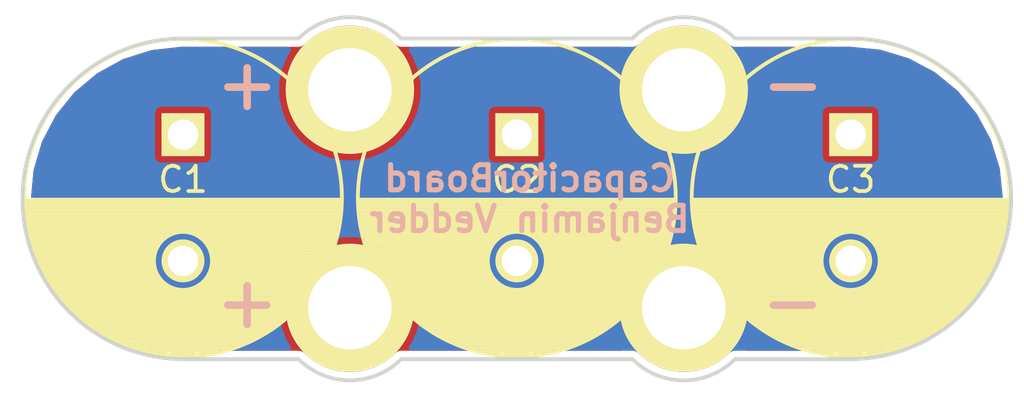
<source format=kicad_pcb>
(kicad_pcb (version 4) (host pcbnew "(2015-08-23 BZR 6117)-product")

  (general
    (links 8)
    (no_connects 0)
    (area 163.941 90.515 206.015001 107.315001)
    (thickness 1.6)
    (drawings 17)
    (tracks 0)
    (zones 0)
    (modules 7)
    (nets 3)
  )

  (page A4)
  (layers
    (0 F.Cu signal)
    (31 B.Cu signal)
    (32 B.Adhes user)
    (33 F.Adhes user)
    (34 B.Paste user)
    (35 F.Paste user)
    (36 B.SilkS user)
    (37 F.SilkS user)
    (38 B.Mask user)
    (39 F.Mask user)
    (40 Dwgs.User user)
    (41 Cmts.User user)
    (42 Eco1.User user)
    (43 Eco2.User user)
    (44 Edge.Cuts user)
    (45 Margin user)
    (46 B.CrtYd user)
    (47 F.CrtYd user)
    (48 B.Fab user)
    (49 F.Fab user)
  )

  (setup
    (last_trace_width 0.254)
    (user_trace_width 0.254)
    (user_trace_width 0.4064)
    (user_trace_width 1.27)
    (user_trace_width 2.54)
    (trace_clearance 0.254)
    (zone_clearance 0.254)
    (zone_45_only no)
    (trace_min 0.254)
    (segment_width 0.2)
    (edge_width 0.15)
    (via_size 0.889)
    (via_drill 0.635)
    (via_min_size 0.889)
    (via_min_drill 0.508)
    (uvia_size 0.508)
    (uvia_drill 0.127)
    (uvias_allowed no)
    (uvia_min_size 0.508)
    (uvia_min_drill 0.127)
    (pcb_text_width 0.3)
    (pcb_text_size 1 1)
    (mod_edge_width 0.15)
    (mod_text_size 1 1)
    (mod_text_width 0.15)
    (pad_size 5.08 5.08)
    (pad_drill 3.302)
    (pad_to_mask_clearance 0)
    (aux_axis_origin 0 0)
    (visible_elements FFFFFF7F)
    (pcbplotparams
      (layerselection 0x010f0_80000001)
      (usegerberextensions true)
      (excludeedgelayer true)
      (linewidth 0.100000)
      (plotframeref false)
      (viasonmask false)
      (mode 1)
      (useauxorigin false)
      (hpglpennumber 1)
      (hpglpenspeed 20)
      (hpglpendiameter 15)
      (hpglpenoverlay 2)
      (psnegative false)
      (psa4output false)
      (plotreference true)
      (plotvalue false)
      (plotinvisibletext false)
      (padsonsilk false)
      (subtractmaskfromsilk true)
      (outputformat 1)
      (mirror false)
      (drillshape 0)
      (scaleselection 1)
      (outputdirectory Gerber))
  )

  (net 0 "")
  (net 1 "Net-(C1-Pad2)")
  (net 2 "Net-(C1-Pad1)")

  (net_class Default "This is the default net class."
    (clearance 0.254)
    (trace_width 0.254)
    (via_dia 0.889)
    (via_drill 0.635)
    (uvia_dia 0.508)
    (uvia_drill 0.127)
    (add_net "Net-(C1-Pad1)")
    (add_net "Net-(C1-Pad2)")
  )

  (module Connect:1pin (layer F.Cu) (tedit 55DEBA26) (tstamp 55C20FD4)
    (at 179.324 103.378)
    (descr "module 1 pin (ou trou mecanique de percage)")
    (tags DEV)
    (path /55C20FDD)
    (fp_text reference P3 (at 0 -3.048) (layer F.SilkS) hide
      (effects (font (size 1 1) (thickness 0.15)))
    )
    (fp_text value + (at 0 2.794) (layer F.Fab) hide
      (effects (font (size 1 1) (thickness 0.15)))
    )
    (fp_circle (center 0 0) (end 0 -2.286) (layer F.SilkS) (width 0.15))
    (pad 1 thru_hole circle (at 0 0) (size 5.08 5.08) (drill 3.302) (layers *.Cu *.Mask F.SilkS)
      (net 2 "Net-(C1-Pad1)"))
  )

  (module Connect:1pin (layer F.Cu) (tedit 55DEBA34) (tstamp 55C20FD9)
    (at 192.532 103.378 90)
    (descr "module 1 pin (ou trou mecanique de percage)")
    (tags DEV)
    (path /55C20FE3)
    (fp_text reference P4 (at 0 -3.048 90) (layer F.SilkS) hide
      (effects (font (size 1 1) (thickness 0.15)))
    )
    (fp_text value - (at 0 2.794 90) (layer F.Fab) hide
      (effects (font (size 1 1) (thickness 0.15)))
    )
    (fp_circle (center 0 0) (end 0 -2.286) (layer F.SilkS) (width 0.15))
    (pad 1 thru_hole circle (at 0 0 90) (size 5.08 5.08) (drill 3.302) (layers *.Cu *.Mask F.SilkS)
      (net 1 "Net-(C1-Pad2)"))
  )

  (module Connect:1pin (layer F.Cu) (tedit 55DEBA3B) (tstamp 55C20FCF)
    (at 192.532 94.742)
    (descr "module 1 pin (ou trou mecanique de percage)")
    (tags DEV)
    (path /55C20E6C)
    (fp_text reference P2 (at 0 -3.048) (layer F.SilkS) hide
      (effects (font (size 1 1) (thickness 0.15)))
    )
    (fp_text value - (at 0 2.794) (layer F.Fab) hide
      (effects (font (size 1 1) (thickness 0.15)))
    )
    (fp_circle (center 0 0) (end 0 -2.286) (layer F.SilkS) (width 0.15))
    (pad 1 thru_hole circle (at 0 0) (size 5.08 5.08) (drill 3.302) (layers *.Cu *.Mask F.SilkS)
      (net 1 "Net-(C1-Pad2)"))
  )

  (module Connect:1pin (layer F.Cu) (tedit 55DEBA42) (tstamp 55C20FCA)
    (at 179.324 94.742)
    (descr "module 1 pin (ou trou mecanique de percage)")
    (tags DEV)
    (path /55C20E16)
    (fp_text reference P1 (at 0 -3.048) (layer F.SilkS) hide
      (effects (font (size 1 1) (thickness 0.15)))
    )
    (fp_text value + (at 0 2.794) (layer F.Fab) hide
      (effects (font (size 1 1) (thickness 0.15)))
    )
    (fp_circle (center 0 0) (end 0 -2.286) (layer F.SilkS) (width 0.15))
    (pad 1 thru_hole circle (at 0 0) (size 5.08 5.08) (drill 3.302) (layers *.Cu *.Mask F.SilkS)
      (net 2 "Net-(C1-Pad1)"))
  )

  (module Capacitors_ThroughHole:C_Radial_D12.5_L25_P5 (layer F.Cu) (tedit 55C33994) (tstamp 55C20FB9)
    (at 172.72 96.52 270)
    (descr "Radial Electrolytic Capacitor Diameter 12.5mm x Length 25mm, Pitch 5mm")
    (tags "Electrolytic Capacitor")
    (path /55C20D1A)
    (fp_text reference C1 (at 1.778 0 360) (layer F.SilkS)
      (effects (font (size 1 1) (thickness 0.15)))
    )
    (fp_text value "560uF, 63V" (at 2.5 7.6 270) (layer F.Fab) hide
      (effects (font (size 1 1) (thickness 0.15)))
    )
    (fp_line (start 2.575 -6.25) (end 2.575 6.25) (layer F.SilkS) (width 0.15))
    (fp_line (start 2.715 -6.246) (end 2.715 6.246) (layer F.SilkS) (width 0.15))
    (fp_line (start 2.855 -6.24) (end 2.855 6.24) (layer F.SilkS) (width 0.15))
    (fp_line (start 2.995 -6.23) (end 2.995 6.23) (layer F.SilkS) (width 0.15))
    (fp_line (start 3.135 -6.218) (end 3.135 6.218) (layer F.SilkS) (width 0.15))
    (fp_line (start 3.275 -6.202) (end 3.275 6.202) (layer F.SilkS) (width 0.15))
    (fp_line (start 3.415 -6.183) (end 3.415 6.183) (layer F.SilkS) (width 0.15))
    (fp_line (start 3.555 -6.16) (end 3.555 6.16) (layer F.SilkS) (width 0.15))
    (fp_line (start 3.695 -6.135) (end 3.695 6.135) (layer F.SilkS) (width 0.15))
    (fp_line (start 3.835 -6.106) (end 3.835 6.106) (layer F.SilkS) (width 0.15))
    (fp_line (start 3.975 -6.073) (end 3.975 -0.521) (layer F.SilkS) (width 0.15))
    (fp_line (start 3.975 0.521) (end 3.975 6.073) (layer F.SilkS) (width 0.15))
    (fp_line (start 4.115 -6.038) (end 4.115 -0.734) (layer F.SilkS) (width 0.15))
    (fp_line (start 4.115 0.734) (end 4.115 6.038) (layer F.SilkS) (width 0.15))
    (fp_line (start 4.255 -5.999) (end 4.255 -0.876) (layer F.SilkS) (width 0.15))
    (fp_line (start 4.255 0.876) (end 4.255 5.999) (layer F.SilkS) (width 0.15))
    (fp_line (start 4.395 -5.956) (end 4.395 -0.978) (layer F.SilkS) (width 0.15))
    (fp_line (start 4.395 0.978) (end 4.395 5.956) (layer F.SilkS) (width 0.15))
    (fp_line (start 4.535 -5.909) (end 4.535 -1.052) (layer F.SilkS) (width 0.15))
    (fp_line (start 4.535 1.052) (end 4.535 5.909) (layer F.SilkS) (width 0.15))
    (fp_line (start 4.675 -5.859) (end 4.675 -1.103) (layer F.SilkS) (width 0.15))
    (fp_line (start 4.675 1.103) (end 4.675 5.859) (layer F.SilkS) (width 0.15))
    (fp_line (start 4.815 -5.805) (end 4.815 -1.135) (layer F.SilkS) (width 0.15))
    (fp_line (start 4.815 1.135) (end 4.815 5.805) (layer F.SilkS) (width 0.15))
    (fp_line (start 4.955 -5.748) (end 4.955 -1.149) (layer F.SilkS) (width 0.15))
    (fp_line (start 4.955 1.149) (end 4.955 5.748) (layer F.SilkS) (width 0.15))
    (fp_line (start 5.095 -5.686) (end 5.095 -1.146) (layer F.SilkS) (width 0.15))
    (fp_line (start 5.095 1.146) (end 5.095 5.686) (layer F.SilkS) (width 0.15))
    (fp_line (start 5.235 -5.62) (end 5.235 -1.126) (layer F.SilkS) (width 0.15))
    (fp_line (start 5.235 1.126) (end 5.235 5.62) (layer F.SilkS) (width 0.15))
    (fp_line (start 5.375 -5.549) (end 5.375 -1.087) (layer F.SilkS) (width 0.15))
    (fp_line (start 5.375 1.087) (end 5.375 5.549) (layer F.SilkS) (width 0.15))
    (fp_line (start 5.515 -5.475) (end 5.515 -1.028) (layer F.SilkS) (width 0.15))
    (fp_line (start 5.515 1.028) (end 5.515 5.475) (layer F.SilkS) (width 0.15))
    (fp_line (start 5.655 -5.395) (end 5.655 -0.945) (layer F.SilkS) (width 0.15))
    (fp_line (start 5.655 0.945) (end 5.655 5.395) (layer F.SilkS) (width 0.15))
    (fp_line (start 5.795 -5.311) (end 5.795 -0.831) (layer F.SilkS) (width 0.15))
    (fp_line (start 5.795 0.831) (end 5.795 5.311) (layer F.SilkS) (width 0.15))
    (fp_line (start 5.935 -5.221) (end 5.935 -0.67) (layer F.SilkS) (width 0.15))
    (fp_line (start 5.935 0.67) (end 5.935 5.221) (layer F.SilkS) (width 0.15))
    (fp_line (start 6.075 -5.127) (end 6.075 -0.409) (layer F.SilkS) (width 0.15))
    (fp_line (start 6.075 0.409) (end 6.075 5.127) (layer F.SilkS) (width 0.15))
    (fp_line (start 6.215 -5.026) (end 6.215 5.026) (layer F.SilkS) (width 0.15))
    (fp_line (start 6.355 -4.919) (end 6.355 4.919) (layer F.SilkS) (width 0.15))
    (fp_line (start 6.495 -4.807) (end 6.495 4.807) (layer F.SilkS) (width 0.15))
    (fp_line (start 6.635 -4.687) (end 6.635 4.687) (layer F.SilkS) (width 0.15))
    (fp_line (start 6.775 -4.559) (end 6.775 4.559) (layer F.SilkS) (width 0.15))
    (fp_line (start 6.915 -4.424) (end 6.915 4.424) (layer F.SilkS) (width 0.15))
    (fp_line (start 7.055 -4.28) (end 7.055 4.28) (layer F.SilkS) (width 0.15))
    (fp_line (start 7.195 -4.125) (end 7.195 4.125) (layer F.SilkS) (width 0.15))
    (fp_line (start 7.335 -3.96) (end 7.335 3.96) (layer F.SilkS) (width 0.15))
    (fp_line (start 7.475 -3.783) (end 7.475 3.783) (layer F.SilkS) (width 0.15))
    (fp_line (start 7.615 -3.592) (end 7.615 3.592) (layer F.SilkS) (width 0.15))
    (fp_line (start 7.755 -3.383) (end 7.755 3.383) (layer F.SilkS) (width 0.15))
    (fp_line (start 7.895 -3.155) (end 7.895 3.155) (layer F.SilkS) (width 0.15))
    (fp_line (start 8.035 -2.903) (end 8.035 2.903) (layer F.SilkS) (width 0.15))
    (fp_line (start 8.175 -2.619) (end 8.175 2.619) (layer F.SilkS) (width 0.15))
    (fp_line (start 8.315 -2.291) (end 8.315 2.291) (layer F.SilkS) (width 0.15))
    (fp_line (start 8.455 -1.897) (end 8.455 1.897) (layer F.SilkS) (width 0.15))
    (fp_line (start 8.595 -1.383) (end 8.595 1.383) (layer F.SilkS) (width 0.15))
    (fp_line (start 8.735 -0.433) (end 8.735 0.433) (layer F.SilkS) (width 0.15))
    (fp_circle (center 5 0) (end 5 -1.15) (layer F.SilkS) (width 0.15))
    (fp_circle (center 2.5 0) (end 2.5 -6.2875) (layer F.SilkS) (width 0.15))
    (fp_circle (center 2.5 0) (end 2.5 -6.6) (layer F.CrtYd) (width 0.05))
    (pad 2 thru_hole circle (at 5 0 270) (size 1.7 1.7) (drill 1.2) (layers *.Cu *.Mask F.SilkS)
      (net 1 "Net-(C1-Pad2)"))
    (pad 1 thru_hole rect (at 0 0 270) (size 1.7 1.7) (drill 1.2) (layers *.Cu *.Mask F.SilkS)
      (net 2 "Net-(C1-Pad1)"))
    (model Capacitors_ThroughHole.3dshapes/C_Radial_D12.5_L25_P5.wrl
      (at (xyz 0 0 0))
      (scale (xyz 1 1 1))
      (rotate (xyz 0 0 0))
    )
  )

  (module Capacitors_ThroughHole:C_Radial_D12.5_L25_P5 (layer F.Cu) (tedit 55C33991) (tstamp 55C20FBF)
    (at 185.928 96.52 270)
    (descr "Radial Electrolytic Capacitor Diameter 12.5mm x Length 25mm, Pitch 5mm")
    (tags "Electrolytic Capacitor")
    (path /55C20DC6)
    (fp_text reference C2 (at 1.778 0 360) (layer F.SilkS)
      (effects (font (size 1 1) (thickness 0.15)))
    )
    (fp_text value "560uF, 63V" (at 2.5 7.6 270) (layer F.Fab) hide
      (effects (font (size 1 1) (thickness 0.15)))
    )
    (fp_line (start 2.575 -6.25) (end 2.575 6.25) (layer F.SilkS) (width 0.15))
    (fp_line (start 2.715 -6.246) (end 2.715 6.246) (layer F.SilkS) (width 0.15))
    (fp_line (start 2.855 -6.24) (end 2.855 6.24) (layer F.SilkS) (width 0.15))
    (fp_line (start 2.995 -6.23) (end 2.995 6.23) (layer F.SilkS) (width 0.15))
    (fp_line (start 3.135 -6.218) (end 3.135 6.218) (layer F.SilkS) (width 0.15))
    (fp_line (start 3.275 -6.202) (end 3.275 6.202) (layer F.SilkS) (width 0.15))
    (fp_line (start 3.415 -6.183) (end 3.415 6.183) (layer F.SilkS) (width 0.15))
    (fp_line (start 3.555 -6.16) (end 3.555 6.16) (layer F.SilkS) (width 0.15))
    (fp_line (start 3.695 -6.135) (end 3.695 6.135) (layer F.SilkS) (width 0.15))
    (fp_line (start 3.835 -6.106) (end 3.835 6.106) (layer F.SilkS) (width 0.15))
    (fp_line (start 3.975 -6.073) (end 3.975 -0.521) (layer F.SilkS) (width 0.15))
    (fp_line (start 3.975 0.521) (end 3.975 6.073) (layer F.SilkS) (width 0.15))
    (fp_line (start 4.115 -6.038) (end 4.115 -0.734) (layer F.SilkS) (width 0.15))
    (fp_line (start 4.115 0.734) (end 4.115 6.038) (layer F.SilkS) (width 0.15))
    (fp_line (start 4.255 -5.999) (end 4.255 -0.876) (layer F.SilkS) (width 0.15))
    (fp_line (start 4.255 0.876) (end 4.255 5.999) (layer F.SilkS) (width 0.15))
    (fp_line (start 4.395 -5.956) (end 4.395 -0.978) (layer F.SilkS) (width 0.15))
    (fp_line (start 4.395 0.978) (end 4.395 5.956) (layer F.SilkS) (width 0.15))
    (fp_line (start 4.535 -5.909) (end 4.535 -1.052) (layer F.SilkS) (width 0.15))
    (fp_line (start 4.535 1.052) (end 4.535 5.909) (layer F.SilkS) (width 0.15))
    (fp_line (start 4.675 -5.859) (end 4.675 -1.103) (layer F.SilkS) (width 0.15))
    (fp_line (start 4.675 1.103) (end 4.675 5.859) (layer F.SilkS) (width 0.15))
    (fp_line (start 4.815 -5.805) (end 4.815 -1.135) (layer F.SilkS) (width 0.15))
    (fp_line (start 4.815 1.135) (end 4.815 5.805) (layer F.SilkS) (width 0.15))
    (fp_line (start 4.955 -5.748) (end 4.955 -1.149) (layer F.SilkS) (width 0.15))
    (fp_line (start 4.955 1.149) (end 4.955 5.748) (layer F.SilkS) (width 0.15))
    (fp_line (start 5.095 -5.686) (end 5.095 -1.146) (layer F.SilkS) (width 0.15))
    (fp_line (start 5.095 1.146) (end 5.095 5.686) (layer F.SilkS) (width 0.15))
    (fp_line (start 5.235 -5.62) (end 5.235 -1.126) (layer F.SilkS) (width 0.15))
    (fp_line (start 5.235 1.126) (end 5.235 5.62) (layer F.SilkS) (width 0.15))
    (fp_line (start 5.375 -5.549) (end 5.375 -1.087) (layer F.SilkS) (width 0.15))
    (fp_line (start 5.375 1.087) (end 5.375 5.549) (layer F.SilkS) (width 0.15))
    (fp_line (start 5.515 -5.475) (end 5.515 -1.028) (layer F.SilkS) (width 0.15))
    (fp_line (start 5.515 1.028) (end 5.515 5.475) (layer F.SilkS) (width 0.15))
    (fp_line (start 5.655 -5.395) (end 5.655 -0.945) (layer F.SilkS) (width 0.15))
    (fp_line (start 5.655 0.945) (end 5.655 5.395) (layer F.SilkS) (width 0.15))
    (fp_line (start 5.795 -5.311) (end 5.795 -0.831) (layer F.SilkS) (width 0.15))
    (fp_line (start 5.795 0.831) (end 5.795 5.311) (layer F.SilkS) (width 0.15))
    (fp_line (start 5.935 -5.221) (end 5.935 -0.67) (layer F.SilkS) (width 0.15))
    (fp_line (start 5.935 0.67) (end 5.935 5.221) (layer F.SilkS) (width 0.15))
    (fp_line (start 6.075 -5.127) (end 6.075 -0.409) (layer F.SilkS) (width 0.15))
    (fp_line (start 6.075 0.409) (end 6.075 5.127) (layer F.SilkS) (width 0.15))
    (fp_line (start 6.215 -5.026) (end 6.215 5.026) (layer F.SilkS) (width 0.15))
    (fp_line (start 6.355 -4.919) (end 6.355 4.919) (layer F.SilkS) (width 0.15))
    (fp_line (start 6.495 -4.807) (end 6.495 4.807) (layer F.SilkS) (width 0.15))
    (fp_line (start 6.635 -4.687) (end 6.635 4.687) (layer F.SilkS) (width 0.15))
    (fp_line (start 6.775 -4.559) (end 6.775 4.559) (layer F.SilkS) (width 0.15))
    (fp_line (start 6.915 -4.424) (end 6.915 4.424) (layer F.SilkS) (width 0.15))
    (fp_line (start 7.055 -4.28) (end 7.055 4.28) (layer F.SilkS) (width 0.15))
    (fp_line (start 7.195 -4.125) (end 7.195 4.125) (layer F.SilkS) (width 0.15))
    (fp_line (start 7.335 -3.96) (end 7.335 3.96) (layer F.SilkS) (width 0.15))
    (fp_line (start 7.475 -3.783) (end 7.475 3.783) (layer F.SilkS) (width 0.15))
    (fp_line (start 7.615 -3.592) (end 7.615 3.592) (layer F.SilkS) (width 0.15))
    (fp_line (start 7.755 -3.383) (end 7.755 3.383) (layer F.SilkS) (width 0.15))
    (fp_line (start 7.895 -3.155) (end 7.895 3.155) (layer F.SilkS) (width 0.15))
    (fp_line (start 8.035 -2.903) (end 8.035 2.903) (layer F.SilkS) (width 0.15))
    (fp_line (start 8.175 -2.619) (end 8.175 2.619) (layer F.SilkS) (width 0.15))
    (fp_line (start 8.315 -2.291) (end 8.315 2.291) (layer F.SilkS) (width 0.15))
    (fp_line (start 8.455 -1.897) (end 8.455 1.897) (layer F.SilkS) (width 0.15))
    (fp_line (start 8.595 -1.383) (end 8.595 1.383) (layer F.SilkS) (width 0.15))
    (fp_line (start 8.735 -0.433) (end 8.735 0.433) (layer F.SilkS) (width 0.15))
    (fp_circle (center 5 0) (end 5 -1.15) (layer F.SilkS) (width 0.15))
    (fp_circle (center 2.5 0) (end 2.5 -6.2875) (layer F.SilkS) (width 0.15))
    (fp_circle (center 2.5 0) (end 2.5 -6.6) (layer F.CrtYd) (width 0.05))
    (pad 2 thru_hole circle (at 5 0 270) (size 1.7 1.7) (drill 1.2) (layers *.Cu *.Mask F.SilkS)
      (net 1 "Net-(C1-Pad2)"))
    (pad 1 thru_hole rect (at 0 0 270) (size 1.7 1.7) (drill 1.2) (layers *.Cu *.Mask F.SilkS)
      (net 2 "Net-(C1-Pad1)"))
    (model Capacitors_ThroughHole.3dshapes/C_Radial_D12.5_L25_P5.wrl
      (at (xyz 0 0 0))
      (scale (xyz 1 1 1))
      (rotate (xyz 0 0 0))
    )
  )

  (module Capacitors_ThroughHole:C_Radial_D12.5_L25_P5 (layer F.Cu) (tedit 55C3398D) (tstamp 55C20FC5)
    (at 199.136 96.52 270)
    (descr "Radial Electrolytic Capacitor Diameter 12.5mm x Length 25mm, Pitch 5mm")
    (tags "Electrolytic Capacitor")
    (path /55C20DEE)
    (fp_text reference C3 (at 1.778 0 360) (layer F.SilkS)
      (effects (font (size 1 1) (thickness 0.15)))
    )
    (fp_text value "560uF, 63V" (at 2.5 7.6 270) (layer F.Fab) hide
      (effects (font (size 1 1) (thickness 0.15)))
    )
    (fp_line (start 2.575 -6.25) (end 2.575 6.25) (layer F.SilkS) (width 0.15))
    (fp_line (start 2.715 -6.246) (end 2.715 6.246) (layer F.SilkS) (width 0.15))
    (fp_line (start 2.855 -6.24) (end 2.855 6.24) (layer F.SilkS) (width 0.15))
    (fp_line (start 2.995 -6.23) (end 2.995 6.23) (layer F.SilkS) (width 0.15))
    (fp_line (start 3.135 -6.218) (end 3.135 6.218) (layer F.SilkS) (width 0.15))
    (fp_line (start 3.275 -6.202) (end 3.275 6.202) (layer F.SilkS) (width 0.15))
    (fp_line (start 3.415 -6.183) (end 3.415 6.183) (layer F.SilkS) (width 0.15))
    (fp_line (start 3.555 -6.16) (end 3.555 6.16) (layer F.SilkS) (width 0.15))
    (fp_line (start 3.695 -6.135) (end 3.695 6.135) (layer F.SilkS) (width 0.15))
    (fp_line (start 3.835 -6.106) (end 3.835 6.106) (layer F.SilkS) (width 0.15))
    (fp_line (start 3.975 -6.073) (end 3.975 -0.521) (layer F.SilkS) (width 0.15))
    (fp_line (start 3.975 0.521) (end 3.975 6.073) (layer F.SilkS) (width 0.15))
    (fp_line (start 4.115 -6.038) (end 4.115 -0.734) (layer F.SilkS) (width 0.15))
    (fp_line (start 4.115 0.734) (end 4.115 6.038) (layer F.SilkS) (width 0.15))
    (fp_line (start 4.255 -5.999) (end 4.255 -0.876) (layer F.SilkS) (width 0.15))
    (fp_line (start 4.255 0.876) (end 4.255 5.999) (layer F.SilkS) (width 0.15))
    (fp_line (start 4.395 -5.956) (end 4.395 -0.978) (layer F.SilkS) (width 0.15))
    (fp_line (start 4.395 0.978) (end 4.395 5.956) (layer F.SilkS) (width 0.15))
    (fp_line (start 4.535 -5.909) (end 4.535 -1.052) (layer F.SilkS) (width 0.15))
    (fp_line (start 4.535 1.052) (end 4.535 5.909) (layer F.SilkS) (width 0.15))
    (fp_line (start 4.675 -5.859) (end 4.675 -1.103) (layer F.SilkS) (width 0.15))
    (fp_line (start 4.675 1.103) (end 4.675 5.859) (layer F.SilkS) (width 0.15))
    (fp_line (start 4.815 -5.805) (end 4.815 -1.135) (layer F.SilkS) (width 0.15))
    (fp_line (start 4.815 1.135) (end 4.815 5.805) (layer F.SilkS) (width 0.15))
    (fp_line (start 4.955 -5.748) (end 4.955 -1.149) (layer F.SilkS) (width 0.15))
    (fp_line (start 4.955 1.149) (end 4.955 5.748) (layer F.SilkS) (width 0.15))
    (fp_line (start 5.095 -5.686) (end 5.095 -1.146) (layer F.SilkS) (width 0.15))
    (fp_line (start 5.095 1.146) (end 5.095 5.686) (layer F.SilkS) (width 0.15))
    (fp_line (start 5.235 -5.62) (end 5.235 -1.126) (layer F.SilkS) (width 0.15))
    (fp_line (start 5.235 1.126) (end 5.235 5.62) (layer F.SilkS) (width 0.15))
    (fp_line (start 5.375 -5.549) (end 5.375 -1.087) (layer F.SilkS) (width 0.15))
    (fp_line (start 5.375 1.087) (end 5.375 5.549) (layer F.SilkS) (width 0.15))
    (fp_line (start 5.515 -5.475) (end 5.515 -1.028) (layer F.SilkS) (width 0.15))
    (fp_line (start 5.515 1.028) (end 5.515 5.475) (layer F.SilkS) (width 0.15))
    (fp_line (start 5.655 -5.395) (end 5.655 -0.945) (layer F.SilkS) (width 0.15))
    (fp_line (start 5.655 0.945) (end 5.655 5.395) (layer F.SilkS) (width 0.15))
    (fp_line (start 5.795 -5.311) (end 5.795 -0.831) (layer F.SilkS) (width 0.15))
    (fp_line (start 5.795 0.831) (end 5.795 5.311) (layer F.SilkS) (width 0.15))
    (fp_line (start 5.935 -5.221) (end 5.935 -0.67) (layer F.SilkS) (width 0.15))
    (fp_line (start 5.935 0.67) (end 5.935 5.221) (layer F.SilkS) (width 0.15))
    (fp_line (start 6.075 -5.127) (end 6.075 -0.409) (layer F.SilkS) (width 0.15))
    (fp_line (start 6.075 0.409) (end 6.075 5.127) (layer F.SilkS) (width 0.15))
    (fp_line (start 6.215 -5.026) (end 6.215 5.026) (layer F.SilkS) (width 0.15))
    (fp_line (start 6.355 -4.919) (end 6.355 4.919) (layer F.SilkS) (width 0.15))
    (fp_line (start 6.495 -4.807) (end 6.495 4.807) (layer F.SilkS) (width 0.15))
    (fp_line (start 6.635 -4.687) (end 6.635 4.687) (layer F.SilkS) (width 0.15))
    (fp_line (start 6.775 -4.559) (end 6.775 4.559) (layer F.SilkS) (width 0.15))
    (fp_line (start 6.915 -4.424) (end 6.915 4.424) (layer F.SilkS) (width 0.15))
    (fp_line (start 7.055 -4.28) (end 7.055 4.28) (layer F.SilkS) (width 0.15))
    (fp_line (start 7.195 -4.125) (end 7.195 4.125) (layer F.SilkS) (width 0.15))
    (fp_line (start 7.335 -3.96) (end 7.335 3.96) (layer F.SilkS) (width 0.15))
    (fp_line (start 7.475 -3.783) (end 7.475 3.783) (layer F.SilkS) (width 0.15))
    (fp_line (start 7.615 -3.592) (end 7.615 3.592) (layer F.SilkS) (width 0.15))
    (fp_line (start 7.755 -3.383) (end 7.755 3.383) (layer F.SilkS) (width 0.15))
    (fp_line (start 7.895 -3.155) (end 7.895 3.155) (layer F.SilkS) (width 0.15))
    (fp_line (start 8.035 -2.903) (end 8.035 2.903) (layer F.SilkS) (width 0.15))
    (fp_line (start 8.175 -2.619) (end 8.175 2.619) (layer F.SilkS) (width 0.15))
    (fp_line (start 8.315 -2.291) (end 8.315 2.291) (layer F.SilkS) (width 0.15))
    (fp_line (start 8.455 -1.897) (end 8.455 1.897) (layer F.SilkS) (width 0.15))
    (fp_line (start 8.595 -1.383) (end 8.595 1.383) (layer F.SilkS) (width 0.15))
    (fp_line (start 8.735 -0.433) (end 8.735 0.433) (layer F.SilkS) (width 0.15))
    (fp_circle (center 5 0) (end 5 -1.15) (layer F.SilkS) (width 0.15))
    (fp_circle (center 2.5 0) (end 2.5 -6.2875) (layer F.SilkS) (width 0.15))
    (fp_circle (center 2.5 0) (end 2.5 -6.6) (layer F.CrtYd) (width 0.05))
    (pad 2 thru_hole circle (at 5 0 270) (size 1.7 1.7) (drill 1.2) (layers *.Cu *.Mask F.SilkS)
      (net 1 "Net-(C1-Pad2)"))
    (pad 1 thru_hole rect (at 0 0 270) (size 1.7 1.7) (drill 1.2) (layers *.Cu *.Mask F.SilkS)
      (net 2 "Net-(C1-Pad1)"))
    (model Capacitors_ThroughHole.3dshapes/C_Radial_D12.5_L25_P5.wrl
      (at (xyz 0 0 0))
      (scale (xyz 1 1 1))
      (rotate (xyz 0 0 0))
    )
  )

  (gr_text - (at 196.85 94.488) (layer B.SilkS)
    (effects (font (size 2 2) (thickness 0.3)) (justify mirror))
  )
  (gr_text - (at 196.85 103.124) (layer B.SilkS)
    (effects (font (size 2 2) (thickness 0.3)) (justify mirror))
  )
  (gr_text + (at 175.26 103.124) (layer B.SilkS)
    (effects (font (size 2 2) (thickness 0.3)) (justify mirror))
  )
  (gr_text + (at 175.26 94.488) (layer B.SilkS)
    (effects (font (size 2 2) (thickness 0.3)) (justify mirror))
  )
  (gr_text "CapacitorBoard\nBenjamin Vedder" (at 186.436 99.06) (layer B.SilkS)
    (effects (font (size 1 1) (thickness 0.2)) (justify mirror))
  )
  (gr_line (start 177.292 92.71) (end 172.72 92.71) (angle 90) (layer Edge.Cuts) (width 0.15))
  (gr_line (start 190.5 92.71) (end 181.356 92.71) (angle 90) (layer Edge.Cuts) (width 0.15))
  (gr_line (start 199.136 92.71) (end 194.564 92.71) (angle 90) (layer Edge.Cuts) (width 0.15))
  (gr_line (start 194.564 105.41) (end 199.136 105.41) (angle 90) (layer Edge.Cuts) (width 0.15))
  (gr_line (start 181.356 105.41) (end 190.5 105.41) (angle 90) (layer Edge.Cuts) (width 0.15))
  (gr_line (start 172.72 105.41) (end 177.292 105.41) (angle 90) (layer Edge.Cuts) (width 0.15))
  (gr_arc (start 172.72 99.06) (end 172.72 105.41) (angle 180) (layer Edge.Cuts) (width 0.15))
  (gr_arc (start 199.136 99.06) (end 199.136 92.71) (angle 180) (layer Edge.Cuts) (width 0.15))
  (gr_arc (start 192.532 103.378) (end 194.564 105.41) (angle 90) (layer Edge.Cuts) (width 0.15))
  (gr_arc (start 179.324 103.378) (end 181.356 105.41) (angle 90) (layer Edge.Cuts) (width 0.15))
  (gr_arc (start 192.532 94.742) (end 190.5 92.71) (angle 90) (layer Edge.Cuts) (width 0.15))
  (gr_arc (start 179.324 94.742) (end 177.292 92.71) (angle 90) (layer Edge.Cuts) (width 0.15))

  (zone (net 2) (net_name "Net-(C1-Pad1)") (layer F.Cu) (tstamp 55C32FB2) (hatch edge 0.508)
    (connect_pads yes (clearance 0.254))
    (min_thickness 0.254)
    (fill yes (arc_segments 32) (thermal_gap 0.2032) (thermal_bridge_width 0.3048))
    (polygon
      (pts
        (xy 165.481 91.186) (xy 205.994 91.186) (xy 205.994 107.315) (xy 165.481 107.315)
      )
    )
    (filled_polygon
      (pts
        (xy 179.784898 92.370884) (xy 180.236672 92.505564) (xy 180.653687 92.725431) (xy 181.054795 93.050243) (xy 181.056577 93.051418)
        (xy 181.066741 93.059708) (xy 181.098375 93.086252) (xy 181.101173 93.08779) (xy 181.103652 93.089812) (xy 181.140129 93.109207)
        (xy 181.176362 93.129126) (xy 181.179414 93.130094) (xy 181.182231 93.131592) (xy 181.221751 93.143524) (xy 181.261192 93.156035)
        (xy 181.26437 93.156392) (xy 181.267429 93.157315) (xy 181.308502 93.161342) (xy 181.349633 93.165956) (xy 181.356 93.166)
        (xy 190.070839 93.166) (xy 189.959923 93.327989) (xy 189.734259 93.854504) (xy 189.615159 94.414824) (xy 189.607161 94.987606)
        (xy 189.710569 95.551032) (xy 189.921445 96.083643) (xy 190.231755 96.565151) (xy 190.629682 96.977216) (xy 191.100067 97.304142)
        (xy 191.624994 97.533477) (xy 192.184469 97.656486) (xy 192.757181 97.668482) (xy 193.321315 97.56901) (xy 193.855386 97.361858)
        (xy 194.339048 97.054916) (xy 194.753881 96.659876) (xy 195.084083 96.191785) (xy 195.317077 95.668472) (xy 195.443989 95.10987)
        (xy 195.453125 94.455581) (xy 195.34186 93.893653) (xy 195.123569 93.364039) (xy 194.991992 93.166) (xy 199.113695 93.166)
        (xy 200.280392 93.280396) (xy 201.381198 93.612749) (xy 202.396479 94.152583) (xy 203.287572 94.879341) (xy 204.020533 95.765337)
        (xy 204.567446 96.776832) (xy 204.907475 97.875287) (xy 205.02767 99.018869) (xy 204.923453 100.164016) (xy 204.598794 101.267111)
        (xy 204.066059 102.286138) (xy 203.34554 103.182286) (xy 202.464682 103.921413) (xy 201.457031 104.475373) (xy 200.360975 104.823063)
        (xy 199.197582 104.953559) (xy 199.134392 104.954) (xy 194.995048 104.954) (xy 195.084083 104.827785) (xy 195.317077 104.304472)
        (xy 195.443989 103.74587) (xy 195.453125 103.091581) (xy 195.34186 102.529653) (xy 195.123569 102.000039) (xy 194.873401 101.623506)
        (xy 197.903382 101.623506) (xy 197.946962 101.860951) (xy 198.035831 102.08541) (xy 198.166606 102.288332) (xy 198.334304 102.461989)
        (xy 198.532539 102.599766) (xy 198.75376 102.696415) (xy 198.98954 102.748255) (xy 199.230898 102.75331) (xy 199.468642 102.71139)
        (xy 199.693716 102.624089) (xy 199.897546 102.494735) (xy 200.07237 102.328253) (xy 200.211527 102.130984) (xy 200.309718 101.910444)
        (xy 200.363202 101.675032) (xy 200.367053 101.399294) (xy 200.320162 101.16248) (xy 200.228167 100.939284) (xy 200.094572 100.738208)
        (xy 199.924465 100.566909) (xy 199.724326 100.431913) (xy 199.501778 100.338363) (xy 199.265297 100.28982) (xy 199.023891 100.288135)
        (xy 198.786756 100.333371) (xy 198.562923 100.423805) (xy 198.360919 100.555993) (xy 198.188437 100.7249) (xy 198.052047 100.924092)
        (xy 197.956945 101.145982) (xy 197.906753 101.382118) (xy 197.903382 101.623506) (xy 194.873401 101.623506) (xy 194.806565 101.52291)
        (xy 194.402924 101.116441) (xy 193.92802 100.796114) (xy 193.399942 100.574131) (xy 192.838805 100.458946) (xy 192.265981 100.454947)
        (xy 191.70329 100.562286) (xy 191.172165 100.776875) (xy 190.692834 101.090539) (xy 190.283558 101.491333) (xy 189.959923 101.963989)
        (xy 189.734259 102.490504) (xy 189.615159 103.050824) (xy 189.607161 103.623606) (xy 189.710569 104.187032) (xy 189.921445 104.719643)
        (xy 190.072477 104.954) (xy 181.356 104.954) (xy 181.336176 104.955944) (xy 181.316257 104.955735) (xy 181.291996 104.960275)
        (xy 181.267429 104.962684) (xy 181.248357 104.968442) (xy 181.22878 104.972106) (xy 181.205862 104.981273) (xy 181.182232 104.988407)
        (xy 181.164645 104.997758) (xy 181.146149 105.005156) (xy 181.125446 105.0186) (xy 181.103653 105.030188) (xy 181.088219 105.042776)
        (xy 181.071511 105.053626) (xy 181.066563 105.057634) (xy 180.66773 105.385239) (xy 180.252263 105.608011) (xy 179.801443 105.74584)
        (xy 179.332429 105.79348) (xy 178.863101 105.749116) (xy 178.411329 105.614437) (xy 177.994317 105.394571) (xy 177.593205 105.069758)
        (xy 177.591428 105.068586) (xy 177.581275 105.060306) (xy 177.549625 105.033748) (xy 177.546824 105.032208) (xy 177.544347 105.030188)
        (xy 177.507861 105.010788) (xy 177.471638 104.990874) (xy 177.468591 104.989907) (xy 177.465769 104.988407) (xy 177.426183 104.976455)
        (xy 177.386808 104.963965) (xy 177.383635 104.963609) (xy 177.380571 104.962684) (xy 177.339427 104.95865) (xy 177.298367 104.954044)
        (xy 177.292001 104.954) (xy 172.742305 104.954) (xy 171.575607 104.839604) (xy 170.474802 104.507251) (xy 169.459521 103.967417)
        (xy 168.568428 103.240659) (xy 167.835464 102.354658) (xy 167.440133 101.623506) (xy 171.487382 101.623506) (xy 171.530962 101.860951)
        (xy 171.619831 102.08541) (xy 171.750606 102.288332) (xy 171.918304 102.461989) (xy 172.116539 102.599766) (xy 172.33776 102.696415)
        (xy 172.57354 102.748255) (xy 172.814898 102.75331) (xy 173.052642 102.71139) (xy 173.277716 102.624089) (xy 173.481546 102.494735)
        (xy 173.65637 102.328253) (xy 173.795527 102.130984) (xy 173.893718 101.910444) (xy 173.947202 101.675032) (xy 173.947921 101.623506)
        (xy 184.695382 101.623506) (xy 184.738962 101.860951) (xy 184.827831 102.08541) (xy 184.958606 102.288332) (xy 185.126304 102.461989)
        (xy 185.324539 102.599766) (xy 185.54576 102.696415) (xy 185.78154 102.748255) (xy 186.022898 102.75331) (xy 186.260642 102.71139)
        (xy 186.485716 102.624089) (xy 186.689546 102.494735) (xy 186.86437 102.328253) (xy 187.003527 102.130984) (xy 187.101718 101.910444)
        (xy 187.155202 101.675032) (xy 187.159053 101.399294) (xy 187.112162 101.16248) (xy 187.020167 100.939284) (xy 186.886572 100.738208)
        (xy 186.716465 100.566909) (xy 186.516326 100.431913) (xy 186.293778 100.338363) (xy 186.057297 100.28982) (xy 185.815891 100.288135)
        (xy 185.578756 100.333371) (xy 185.354923 100.423805) (xy 185.152919 100.555993) (xy 184.980437 100.7249) (xy 184.844047 100.924092)
        (xy 184.748945 101.145982) (xy 184.698753 101.382118) (xy 184.695382 101.623506) (xy 173.947921 101.623506) (xy 173.951053 101.399294)
        (xy 173.904162 101.16248) (xy 173.812167 100.939284) (xy 173.678572 100.738208) (xy 173.508465 100.566909) (xy 173.308326 100.431913)
        (xy 173.085778 100.338363) (xy 172.849297 100.28982) (xy 172.607891 100.288135) (xy 172.370756 100.333371) (xy 172.146923 100.423805)
        (xy 171.944919 100.555993) (xy 171.772437 100.7249) (xy 171.636047 100.924092) (xy 171.540945 101.145982) (xy 171.490753 101.382118)
        (xy 171.487382 101.623506) (xy 167.440133 101.623506) (xy 167.288554 101.343168) (xy 166.948525 100.244713) (xy 166.82833 99.101131)
        (xy 166.932547 97.955985) (xy 167.257206 96.852889) (xy 167.789943 95.833858) (xy 168.51046 94.937714) (xy 169.391318 94.198587)
        (xy 170.398966 93.644627) (xy 171.495025 93.296937) (xy 172.658417 93.166441) (xy 172.721607 93.166) (xy 177.292 93.166)
        (xy 177.311824 93.164056) (xy 177.331743 93.164265) (xy 177.356004 93.159725) (xy 177.380571 93.157316) (xy 177.399643 93.151558)
        (xy 177.41922 93.147894) (xy 177.442138 93.138727) (xy 177.465768 93.131593) (xy 177.483355 93.122242) (xy 177.501851 93.114844)
        (xy 177.522554 93.1014) (xy 177.544347 93.089812) (xy 177.559781 93.077224) (xy 177.576489 93.066374) (xy 177.581437 93.062366)
        (xy 177.980271 92.734761) (xy 178.395737 92.511989) (xy 178.846557 92.37416) (xy 179.315571 92.32652)
      )
    )
  )
  (zone (net 1) (net_name "Net-(C1-Pad2)") (layer B.Cu) (tstamp 55C32FB2) (hatch edge 0.508)
    (connect_pads yes (clearance 0.254))
    (min_thickness 0.254)
    (fill yes (arc_segments 32) (thermal_gap 0.2032) (thermal_bridge_width 0.3048))
    (polygon
      (pts
        (xy 165.481 91.186) (xy 205.994 91.186) (xy 205.994 107.315) (xy 165.481 107.315)
      )
    )
    (filled_polygon
      (pts
        (xy 192.992898 92.370884) (xy 193.444672 92.505564) (xy 193.861687 92.725431) (xy 194.262795 93.050243) (xy 194.264577 93.051418)
        (xy 194.274741 93.059708) (xy 194.306375 93.086252) (xy 194.309173 93.08779) (xy 194.311652 93.089812) (xy 194.348129 93.109207)
        (xy 194.384362 93.129126) (xy 194.387414 93.130094) (xy 194.390231 93.131592) (xy 194.429751 93.143524) (xy 194.469192 93.156035)
        (xy 194.47237 93.156392) (xy 194.475429 93.157315) (xy 194.516502 93.161342) (xy 194.557633 93.165956) (xy 194.564 93.166)
        (xy 199.113695 93.166) (xy 200.280392 93.280396) (xy 201.381198 93.612749) (xy 202.396479 94.152583) (xy 203.287572 94.879341)
        (xy 204.020533 95.765337) (xy 204.567446 96.776832) (xy 204.907475 97.875287) (xy 205.02767 99.018869) (xy 204.923453 100.164016)
        (xy 204.598794 101.267111) (xy 204.066059 102.286138) (xy 203.34554 103.182286) (xy 202.464682 103.921413) (xy 201.457031 104.475373)
        (xy 200.360975 104.823063) (xy 199.197582 104.953559) (xy 199.134392 104.954) (xy 194.564 104.954) (xy 194.544176 104.955944)
        (xy 194.524257 104.955735) (xy 194.499996 104.960275) (xy 194.475429 104.962684) (xy 194.456357 104.968442) (xy 194.43678 104.972106)
        (xy 194.413862 104.981273) (xy 194.390232 104.988407) (xy 194.372645 104.997758) (xy 194.354149 105.005156) (xy 194.333446 105.0186)
        (xy 194.311653 105.030188) (xy 194.296219 105.042776) (xy 194.279511 105.053626) (xy 194.274563 105.057634) (xy 193.87573 105.385239)
        (xy 193.460263 105.608011) (xy 193.009443 105.74584) (xy 192.540429 105.79348) (xy 192.071101 105.749116) (xy 191.619329 105.614437)
        (xy 191.202317 105.394571) (xy 190.801205 105.069758) (xy 190.799428 105.068586) (xy 190.789275 105.060306) (xy 190.757625 105.033748)
        (xy 190.754824 105.032208) (xy 190.752347 105.030188) (xy 190.715861 105.010788) (xy 190.679638 104.990874) (xy 190.676591 104.989907)
        (xy 190.673769 104.988407) (xy 190.634183 104.976455) (xy 190.594808 104.963965) (xy 190.591635 104.963609) (xy 190.588571 104.962684)
        (xy 190.547427 104.95865) (xy 190.506367 104.954044) (xy 190.500001 104.954) (xy 181.787048 104.954) (xy 181.876083 104.827785)
        (xy 182.109077 104.304472) (xy 182.235989 103.74587) (xy 182.245125 103.091581) (xy 182.13386 102.529653) (xy 181.915569 102.000039)
        (xy 181.598565 101.52291) (xy 181.194924 101.116441) (xy 180.72002 100.796114) (xy 180.191942 100.574131) (xy 179.630805 100.458946)
        (xy 179.057981 100.454947) (xy 178.49529 100.562286) (xy 177.964165 100.776875) (xy 177.484834 101.090539) (xy 177.075558 101.491333)
        (xy 176.751923 101.963989) (xy 176.526259 102.490504) (xy 176.407159 103.050824) (xy 176.399161 103.623606) (xy 176.502569 104.187032)
        (xy 176.713445 104.719643) (xy 176.864477 104.954) (xy 172.742305 104.954) (xy 171.575607 104.839604) (xy 170.474802 104.507251)
        (xy 169.459521 103.967417) (xy 168.568428 103.240659) (xy 167.835464 102.354658) (xy 167.288554 101.343168) (xy 166.948525 100.244713)
        (xy 166.82833 99.101131) (xy 166.932547 97.955985) (xy 167.257206 96.852889) (xy 167.789943 95.833858) (xy 167.921687 95.67)
        (xy 171.487157 95.67) (xy 171.487157 97.37) (xy 171.491995 97.430673) (xy 171.523864 97.53358) (xy 171.58314 97.623535)
        (xy 171.66513 97.693415) (xy 171.763342 97.737686) (xy 171.87 97.752843) (xy 173.57 97.752843) (xy 173.630673 97.748005)
        (xy 173.73358 97.716136) (xy 173.823535 97.65686) (xy 173.893415 97.57487) (xy 173.937686 97.476658) (xy 173.952843 97.37)
        (xy 173.952843 95.67) (xy 173.948005 95.609327) (xy 173.916136 95.50642) (xy 173.85686 95.416465) (xy 173.77487 95.346585)
        (xy 173.676658 95.302314) (xy 173.57 95.287157) (xy 171.87 95.287157) (xy 171.809327 95.291995) (xy 171.70642 95.323864)
        (xy 171.616465 95.38314) (xy 171.546585 95.46513) (xy 171.502314 95.563342) (xy 171.487157 95.67) (xy 167.921687 95.67)
        (xy 168.51046 94.937714) (xy 169.391318 94.198587) (xy 170.398966 93.644627) (xy 171.495025 93.296937) (xy 172.658417 93.166441)
        (xy 172.721607 93.166) (xy 176.862839 93.166) (xy 176.751923 93.327989) (xy 176.526259 93.854504) (xy 176.407159 94.414824)
        (xy 176.399161 94.987606) (xy 176.502569 95.551032) (xy 176.713445 96.083643) (xy 177.023755 96.565151) (xy 177.421682 96.977216)
        (xy 177.892067 97.304142) (xy 178.416994 97.533477) (xy 178.976469 97.656486) (xy 179.549181 97.668482) (xy 180.113315 97.56901)
        (xy 180.647386 97.361858) (xy 181.131048 97.054916) (xy 181.545881 96.659876) (xy 181.876083 96.191785) (xy 182.108396 95.67)
        (xy 184.695157 95.67) (xy 184.695157 97.37) (xy 184.699995 97.430673) (xy 184.731864 97.53358) (xy 184.79114 97.623535)
        (xy 184.87313 97.693415) (xy 184.971342 97.737686) (xy 185.078 97.752843) (xy 186.778 97.752843) (xy 186.838673 97.748005)
        (xy 186.94158 97.716136) (xy 187.031535 97.65686) (xy 187.101415 97.57487) (xy 187.145686 97.476658) (xy 187.160843 97.37)
        (xy 187.160843 95.67) (xy 197.903157 95.67) (xy 197.903157 97.37) (xy 197.907995 97.430673) (xy 197.939864 97.53358)
        (xy 197.99914 97.623535) (xy 198.08113 97.693415) (xy 198.179342 97.737686) (xy 198.286 97.752843) (xy 199.986 97.752843)
        (xy 200.046673 97.748005) (xy 200.14958 97.716136) (xy 200.239535 97.65686) (xy 200.309415 97.57487) (xy 200.353686 97.476658)
        (xy 200.368843 97.37) (xy 200.368843 95.67) (xy 200.364005 95.609327) (xy 200.332136 95.50642) (xy 200.27286 95.416465)
        (xy 200.19087 95.346585) (xy 200.092658 95.302314) (xy 199.986 95.287157) (xy 198.286 95.287157) (xy 198.225327 95.291995)
        (xy 198.12242 95.323864) (xy 198.032465 95.38314) (xy 197.962585 95.46513) (xy 197.918314 95.563342) (xy 197.903157 95.67)
        (xy 187.160843 95.67) (xy 187.156005 95.609327) (xy 187.124136 95.50642) (xy 187.06486 95.416465) (xy 186.98287 95.346585)
        (xy 186.884658 95.302314) (xy 186.778 95.287157) (xy 185.078 95.287157) (xy 185.017327 95.291995) (xy 184.91442 95.323864)
        (xy 184.824465 95.38314) (xy 184.754585 95.46513) (xy 184.710314 95.563342) (xy 184.695157 95.67) (xy 182.108396 95.67)
        (xy 182.109077 95.668472) (xy 182.235989 95.10987) (xy 182.245125 94.455581) (xy 182.13386 93.893653) (xy 181.915569 93.364039)
        (xy 181.783992 93.166) (xy 190.5 93.166) (xy 190.519824 93.164056) (xy 190.539743 93.164265) (xy 190.564004 93.159725)
        (xy 190.588571 93.157316) (xy 190.607643 93.151558) (xy 190.62722 93.147894) (xy 190.650138 93.138727) (xy 190.673768 93.131593)
        (xy 190.691355 93.122242) (xy 190.709851 93.114844) (xy 190.730554 93.1014) (xy 190.752347 93.089812) (xy 190.767781 93.077224)
        (xy 190.784489 93.066374) (xy 190.789437 93.062366) (xy 191.188271 92.734761) (xy 191.603737 92.511989) (xy 192.054557 92.37416)
        (xy 192.523571 92.32652)
      )
    )
  )
)

</source>
